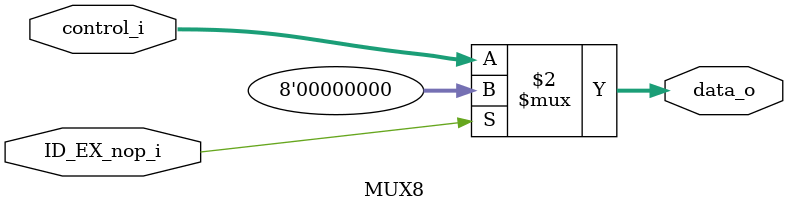
<source format=v>
module MUX8
(
	ID_EX_nop_i,
	control_i,
	data_o
);

input  [7:0]	control_i;
input			ID_EX_nop_i;
output [7:0]	data_o;

assign data_o = (
	(ID_EX_nop_i == 0)? control_i:
	8'b0
);
endmodule

</source>
